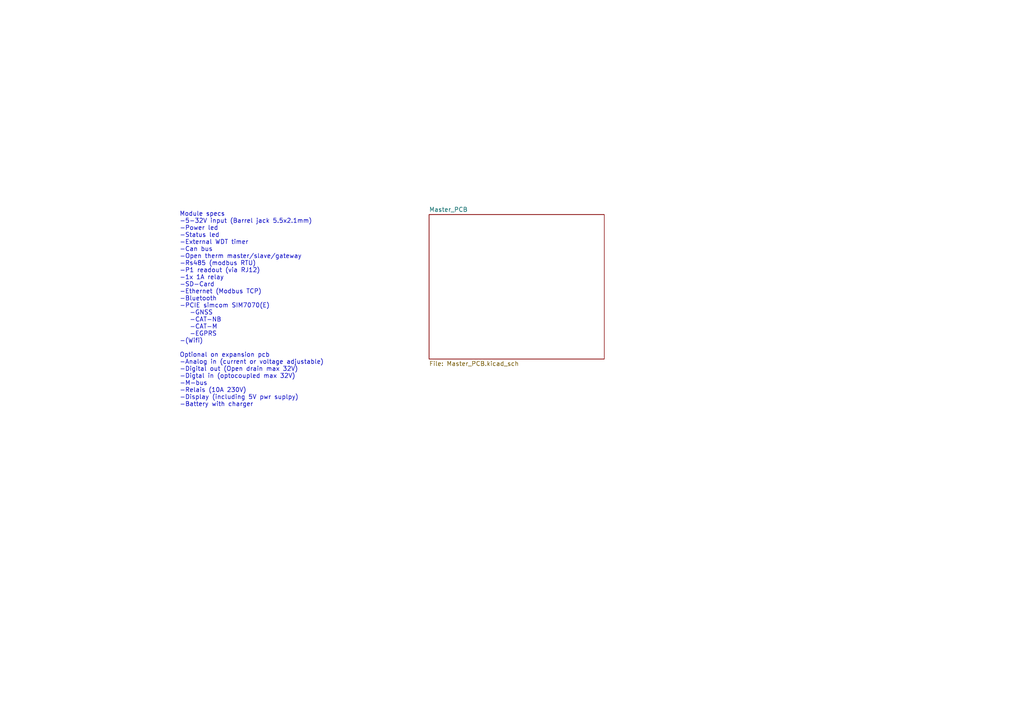
<source format=kicad_sch>
(kicad_sch
	(version 20250114)
	(generator "eeschema")
	(generator_version "9.0")
	(uuid "9d8e49c4-dcc4-4604-b9eb-279ed4251724")
	(paper "A4")
	(lib_symbols)
	(text "Vwm=24V"
		(exclude_from_sim no)
		(at -35.56 830.58 0)
		(effects
			(font
				(size 1.524 1.524)
			)
			(justify right bottom)
		)
		(uuid "15ce51a1-95d3-423c-9985-581a6a13d73f")
	)
	(text "Module specs\n-5-32V input (Barrel jack 5.5x2.1mm)\n-Power led\n-Status led\n-External WDT timer\n-Can bus\n-Open therm master/slave/gateway\n-Rs485 (modbus RTU)\n-P1 readout (via RJ12)\n-1x 1A relay \n-SD-Card\n-Ethernet (Modbus TCP)\n-Bluetooth\n-PCIE simcom SIM7070(E)\n   -GNSS\n   -CAT-NB\n   -CAT-M\n   -EGPRS\n-(Wifi)\n\nOptional on expansion pcb\n-Analog in (current or voltage adjustable)\n-Digital out (Open drain max 32V)\n-Digtal in (optocoupled max 32V) \n-M-bus\n-Relais (10A 230V)\n-Display (including 5V pwr suplpy)\n-Battery with charger"
		(exclude_from_sim no)
		(at 52.07 118.11 0)
		(effects
			(font
				(size 1.27 1.27)
			)
			(justify left bottom)
		)
		(uuid "7648552e-fde2-45de-a3dd-d6b9eb86ac08")
	)
	(sheet
		(at 124.46 62.23)
		(size 50.8 41.91)
		(exclude_from_sim no)
		(in_bom yes)
		(on_board yes)
		(dnp no)
		(fields_autoplaced yes)
		(stroke
			(width 0)
			(type solid)
		)
		(fill
			(color 0 0 0 0.0000)
		)
		(uuid "00000000-0000-0000-0000-00005f078d61")
		(property "Sheetname" "Master_PCB"
			(at 124.46 61.5184 0)
			(effects
				(font
					(size 1.27 1.27)
				)
				(justify left bottom)
			)
		)
		(property "Sheetfile" "Master_PCB.kicad_sch"
			(at 124.46 104.7246 0)
			(effects
				(font
					(size 1.27 1.27)
				)
				(justify left top)
			)
		)
		(instances
			(project "C-Sense_CAN_IO_MBUS_EXP_PCB"
				(path "/9d8e49c4-dcc4-4604-b9eb-279ed4251724"
					(page "2")
				)
			)
		)
	)
	(sheet_instances
		(path "/"
			(page "1")
		)
	)
	(embedded_fonts no)
)

</source>
